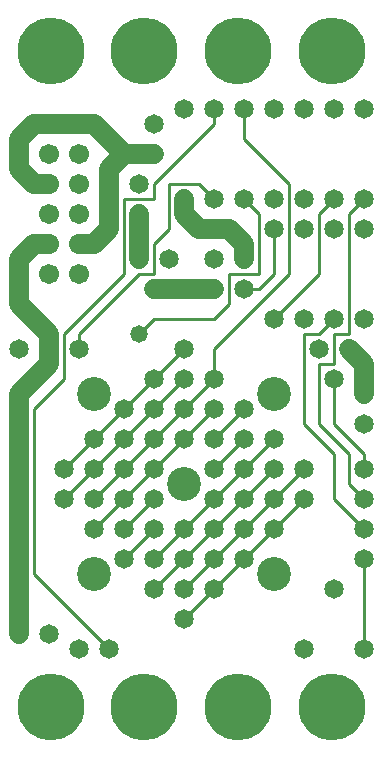
<source format=gtl>
%MOIN*%
%FSLAX25Y25*%
G04 D10 used for Character Trace; *
G04     Circle (OD=.01000) (No hole)*
G04 D11 used for Power Trace; *
G04     Circle (OD=.06500) (No hole)*
G04 D12 used for Signal Trace; *
G04     Circle (OD=.01100) (No hole)*
G04 D13 used for Via; *
G04     Circle (OD=.05800) (Round. Hole ID=.02800)*
G04 D14 used for Component hole; *
G04     Circle (OD=.06500) (Round. Hole ID=.03500)*
G04 D15 used for Component hole; *
G04     Circle (OD=.06700) (Round. Hole ID=.04300)*
G04 D16 used for Component hole; *
G04     Circle (OD=.08100) (Round. Hole ID=.05100)*
G04 D17 used for Component hole; *
G04     Circle (OD=.08900) (Round. Hole ID=.05900)*
G04 D18 used for Component hole; *
G04     Circle (OD=.11300) (Round. Hole ID=.08300)*
G04 D19 used for Component hole; *
G04     Circle (OD=.16000) (Round. Hole ID=.13000)*
G04 D20 used for Component hole; *
G04     Circle (OD=.18300) (Round. Hole ID=.15300)*
G04 D21 used for Component hole; *
G04     Circle (OD=.22291) (Round. Hole ID=.19291)*
%ADD10C,.01000*%
%ADD11C,.06500*%
%ADD12C,.01100*%
%ADD13C,.05800*%
%ADD14C,.06500*%
%ADD15C,.06700*%
%ADD16C,.08100*%
%ADD17C,.08900*%
%ADD18C,.11300*%
%ADD19C,.16000*%
%ADD20C,.18300*%
%ADD21C,.22291*%
%IPPOS*%
%LPD*%
G90*X0Y0D02*D21*X15625Y15625D03*D14*              
X35000Y35000D03*D12*X10000Y60000D01*Y115000D01*   
X20000Y125000D01*Y140000D01*X40000Y160000D01*     
Y185000D01*X50000D01*Y190000D01*X70000Y210000D01* 
Y215000D01*D14*D03*D12*X95000Y190000D02*          
X80000Y205000D01*X95000Y160000D02*Y190000D01*     
X70000Y135000D02*X95000Y160000D01*                
X70000Y125000D02*Y135000D01*D14*Y125000D03*D12*   
X60000Y115000D01*D14*D03*D12*X50000Y105000D01*D14*
D03*D12*X40000Y95000D01*D14*D03*D12*              
X30000Y85000D01*D14*D03*X40000Y75000D03*D12*      
X50000Y85000D01*D14*D03*X60000Y75000D03*D12*      
X50000Y65000D01*D14*D03*X60000Y55000D03*D12*      
X70000Y65000D01*D14*D03*D12*X80000Y75000D01*D14*  
D03*D12*X90000Y85000D01*D14*D03*D12*              
X100000Y95000D01*D14*D03*D12*X120000Y75000D02*    
X110000Y85000D01*D14*X120000Y75000D03*D12*        
X110000Y85000D02*Y100000D01*X100000Y110000D01*    
Y140000D01*X105000D01*X110000Y145000D01*D14*D03*  
D12*Y140000D02*X115000D01*X110000Y130000D02*      
Y140000D01*X105000Y130000D02*X110000D01*          
X105000Y110000D02*Y130000D01*X115000Y100000D02*   
X105000Y110000D01*X115000Y90000D02*Y100000D01*    
X120000Y85000D02*X115000Y90000D01*D14*            
X120000Y85000D03*Y95000D03*D12*Y100000D01*        
X110000Y110000D01*Y125000D01*D14*D03*             
X120000Y120000D03*D11*Y130000D01*                 
X115000Y135000D01*D14*D03*D12*Y140000D02*         
Y180000D01*X120000Y185000D01*D14*D03*             
X110000Y175000D03*Y185000D03*D12*                 
X105000Y180000D01*Y160000D01*X90000Y145000D01*D14*
D03*X80000Y155000D03*D12*X85000D01*               
X90000Y160000D01*Y175000D01*D14*D03*D12*          
X85000Y160000D02*Y180000D01*X75000Y160000D02*     
X85000D01*X75000Y150000D02*Y160000D01*            
X70000Y145000D02*X75000Y150000D01*                
X50000Y145000D02*X70000D01*X45000Y140000D02*      
X50000Y145000D01*D13*X45000Y140000D03*D14*        
X60000Y125000D03*D12*X50000Y115000D01*D14*D03*D12*
X40000Y105000D01*D14*D03*D12*X30000Y95000D01*D14* 
D03*D12*X20000Y85000D01*D14*D03*X30000Y75000D03*  
D12*X40000Y85000D01*D14*D03*D12*X50000Y95000D01*  
D14*D03*D12*X60000Y105000D01*D14*D03*D12*         
X70000Y115000D01*D14*D03*X80000Y105000D03*D12*    
X70000Y95000D01*D14*D03*X80000Y85000D03*D12*      
X70000Y75000D01*D14*D03*D12*X60000Y65000D01*D14*  
D03*D12*X50000Y55000D01*D14*D03*X60000Y45000D03*  
D12*X70000Y55000D01*D14*D03*D12*X80000Y65000D01*  
D14*D03*D12*X90000Y75000D01*D14*D03*D12*          
X100000Y85000D01*D14*D03*X90000Y95000D03*D12*     
X80000Y85000D01*D14*Y95000D03*D12*X70000Y85000D01*
D14*D03*D12*X60000Y75000D01*D14*X50000D03*D12*    
X40000Y65000D01*D14*D03*D18*X30000Y60000D03*D14*  
X15000Y40000D03*D18*X60000Y90000D03*D14*          
X25000Y35000D03*X20000Y95000D03*D12*              
X30000Y105000D01*D14*D03*D12*X40000Y115000D01*D14*
D03*D12*X50000Y125000D01*D14*D03*D12*             
X60000Y135000D01*D14*D03*X80000Y115000D03*D12*    
X70000Y105000D01*D14*D03*D12*X80000Y95000D02*     
X90000Y105000D01*D14*D03*D18*Y120000D03*D14*      
X105000Y135000D03*X120000Y110000D03*Y145000D03*   
X100000D03*X120000Y65000D03*D12*Y35000D01*D14*D03*
D21*X109375Y15625D03*D14*X100000Y35000D03*        
X110000Y55000D03*D18*X90000Y60000D03*D21*         
X78125Y15625D03*X46875D03*D18*X30000Y120000D03*   
D14*X25000Y135000D03*D12*Y140000D01*              
X45000Y160000D01*X50000D01*Y170000D01*            
X55000Y175000D01*Y190000D01*X65000D01*            
X70000Y185000D01*D14*D03*D11*X65000Y175000D02*    
X75000D01*X80000Y170000D01*Y165000D01*D14*D03*    
X70000Y155000D03*D11*X50000D01*D14*D03*           
X55000Y165000D03*X45000D03*D11*Y180000D01*D14*D03*
Y190000D03*D11*X30000Y170000D02*X35000Y175000D01* 
X25000Y170000D02*X30000D01*D15*X25000D03*         
X15000Y180000D03*Y160000D03*X25000Y180000D03*     
X15000Y170000D03*D11*X10000D01*X5000Y165000D01*   
Y150000D01*X15000Y140000D01*Y135000D01*D14*D03*   
D11*Y130000D01*X5000Y120000D01*Y85000D01*D13*D03* 
D11*Y40000D01*D14*D03*Y135000D03*D15*             
X25000Y160000D03*D14*X70000Y165000D03*            
X120000Y175000D03*X100000D03*D11*X65000D02*       
X60000Y180000D01*Y185000D01*D14*D03*              
X50000Y200000D03*D11*X40000D01*X35000Y195000D01*  
Y175000D01*D15*X25000Y190000D03*X15000D03*D11*    
X10000D01*X5000Y195000D01*Y205000D01*             
X10000Y210000D01*X30000D01*X40000Y200000D01*D14*  
X50000Y210000D03*D15*X25000Y200000D03*D14*        
X60000Y215000D03*D15*X15000Y200000D03*D21*        
X46875Y234375D03*X15625D03*D14*X80000Y185000D03*  
D12*X85000Y180000D01*D14*X90000Y185000D03*        
X100000D03*D12*X80000Y205000D02*Y215000D01*D14*   
D03*X90000D03*X100000D03*D21*X78125Y234375D03*D14*
X110000Y215000D03*D21*X109375Y234375D03*D14*      
X120000Y215000D03*M02*                            

</source>
